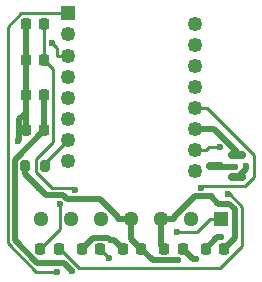
<source format=gbr>
%TF.GenerationSoftware,KiCad,Pcbnew,8.0.7*%
%TF.CreationDate,2024-12-29T17:35:44+09:00*%
%TF.ProjectId,pmw3610_breakout_for_roBa,706d7733-3631-4305-9f62-7265616b6f75,rev?*%
%TF.SameCoordinates,Original*%
%TF.FileFunction,Copper,L2,Bot*%
%TF.FilePolarity,Positive*%
%FSLAX46Y46*%
G04 Gerber Fmt 4.6, Leading zero omitted, Abs format (unit mm)*
G04 Created by KiCad (PCBNEW 8.0.7) date 2024-12-29 17:35:44*
%MOMM*%
%LPD*%
G01*
G04 APERTURE LIST*
G04 Aperture macros list*
%AMRoundRect*
0 Rectangle with rounded corners*
0 $1 Rounding radius*
0 $2 $3 $4 $5 $6 $7 $8 $9 X,Y pos of 4 corners*
0 Add a 4 corners polygon primitive as box body*
4,1,4,$2,$3,$4,$5,$6,$7,$8,$9,$2,$3,0*
0 Add four circle primitives for the rounded corners*
1,1,$1+$1,$2,$3*
1,1,$1+$1,$4,$5*
1,1,$1+$1,$6,$7*
1,1,$1+$1,$8,$9*
0 Add four rect primitives between the rounded corners*
20,1,$1+$1,$2,$3,$4,$5,0*
20,1,$1+$1,$4,$5,$6,$7,0*
20,1,$1+$1,$6,$7,$8,$9,0*
20,1,$1+$1,$8,$9,$2,$3,0*%
G04 Aperture macros list end*
%TA.AperFunction,ComponentPad*%
%ADD10RoundRect,0.187500X-0.437500X0.437500X-0.437500X-0.437500X0.437500X-0.437500X0.437500X0.437500X0*%
%TD*%
%TA.AperFunction,ComponentPad*%
%ADD11O,1.250000X1.250000*%
%TD*%
%TA.AperFunction,ComponentPad*%
%ADD12R,1.300000X1.300000*%
%TD*%
%TA.AperFunction,ComponentPad*%
%ADD13O,1.300000X1.300000*%
%TD*%
%TA.AperFunction,SMDPad,CuDef*%
%ADD14RoundRect,0.225000X0.225000X0.250000X-0.225000X0.250000X-0.225000X-0.250000X0.225000X-0.250000X0*%
%TD*%
%TA.AperFunction,SMDPad,CuDef*%
%ADD15RoundRect,0.150000X0.587500X0.150000X-0.587500X0.150000X-0.587500X-0.150000X0.587500X-0.150000X0*%
%TD*%
%TA.AperFunction,SMDPad,CuDef*%
%ADD16RoundRect,0.200000X0.200000X0.275000X-0.200000X0.275000X-0.200000X-0.275000X0.200000X-0.275000X0*%
%TD*%
%TA.AperFunction,ViaPad*%
%ADD17C,0.600000*%
%TD*%
%TA.AperFunction,Conductor*%
%ADD18C,0.500000*%
%TD*%
%TA.AperFunction,Conductor*%
%ADD19C,0.250000*%
%TD*%
G04 APERTURE END LIST*
D10*
%TO.P,U2,1,+VCSEL*%
%TO.N,Net-(U2-+VCSEL)*%
X130650000Y-81100000D03*
D11*
%TO.P,U2,2,SDIO*%
%TO.N,SDIO*%
X130650000Y-82880000D03*
%TO.P,U2,3,SCLK*%
%TO.N,SCLK*%
X130650000Y-84660000D03*
%TO.P,U2,4,NC*%
%TO.N,unconnected-(U2-NC-Pad4)*%
X130650000Y-86440000D03*
%TO.P,U2,5,NCS*%
%TO.N,NCS*%
X130650000Y-88220000D03*
%TO.P,U2,6,VDDIO*%
%TO.N,VCC*%
X130650000Y-90000000D03*
%TO.P,U2,7,NRESET*%
%TO.N,Net-(U2-NRESET)*%
X130650000Y-91780000D03*
%TO.P,U2,8,MOTION*%
%TO.N,MOTION*%
X130650000Y-93560000D03*
%TO.P,U2,9,VCP*%
%TO.N,Net-(U2-VCP)*%
X141350000Y-94450000D03*
%TO.P,U2,10,PASS_T*%
%TO.N,Net-(U2-+VCSEL)*%
X141350000Y-92670000D03*
%TO.P,U2,11,GND*%
%TO.N,GND*%
X141350000Y-90890000D03*
%TO.P,U2,12,CP*%
%TO.N,Net-(U2-CP)*%
X141350000Y-89110000D03*
%TO.P,U2,13,CN*%
%TO.N,Net-(U2-CN)*%
X141350000Y-87330000D03*
%TO.P,U2,14,VDD*%
%TO.N,+1V9*%
X141350000Y-85550000D03*
%TO.P,U2,15,XYLASER*%
%TO.N,Net-(U2--VCSEL)*%
X141350000Y-83770000D03*
%TO.P,U2,16,-VCSEL*%
X141350000Y-81990000D03*
%TD*%
D12*
%TO.P,J1,1,Pin_1*%
%TO.N,SCLK*%
X143620000Y-98500000D03*
D13*
%TO.P,J1,2,Pin_2*%
%TO.N,NCS*%
X141080000Y-98500000D03*
%TO.P,J1,3,Pin_3*%
%TO.N,GND*%
X138540000Y-98500000D03*
%TO.P,J1,4,Pin_4*%
%TO.N,VCC*%
X136000000Y-98500000D03*
%TO.P,J1,5,Pin_5*%
%TO.N,N/C*%
X133460000Y-98500000D03*
%TO.P,J1,6,Pin_6*%
%TO.N,SDIO*%
X130920000Y-98500000D03*
%TO.P,J1,7,Pin_6*%
%TO.N,MOTION*%
X128380000Y-98500000D03*
%TD*%
D14*
%TO.P,C2,1*%
%TO.N,+1V9*%
X140325000Y-101000000D03*
%TO.P,C2,2*%
%TO.N,GND*%
X138775000Y-101000000D03*
%TD*%
%TO.P,C7,1*%
%TO.N,Net-(U2-VCP)*%
X128600000Y-85000000D03*
%TO.P,C7,2*%
%TO.N,GND*%
X127050000Y-85000000D03*
%TD*%
%TO.P,C5,1*%
%TO.N,Net-(U2-CN)*%
X129825000Y-101000000D03*
%TO.P,C5,2*%
%TO.N,Net-(U2-CP)*%
X128275000Y-101000000D03*
%TD*%
%TO.P,C1,1*%
%TO.N,GND*%
X143825000Y-101000000D03*
%TO.P,C1,2*%
%TO.N,VCC*%
X142275000Y-101000000D03*
%TD*%
%TO.P,C9,1*%
%TO.N,+1V9*%
X128600000Y-91000000D03*
%TO.P,C9,2*%
%TO.N,GND*%
X127050000Y-91000000D03*
%TD*%
D15*
%TO.P,U1,1,GND*%
%TO.N,GND*%
X144937500Y-93050000D03*
%TO.P,U1,2,VO*%
%TO.N,+1V9*%
X144937500Y-94950000D03*
%TO.P,U1,3,VI*%
%TO.N,VCC*%
X143062500Y-94000000D03*
%TD*%
D14*
%TO.P,C8,1*%
%TO.N,+1V9*%
X128600000Y-88000000D03*
%TO.P,C8,2*%
%TO.N,GND*%
X127050000Y-88000000D03*
%TD*%
%TO.P,C6,1*%
%TO.N,Net-(U2-VCP)*%
X128600000Y-82000000D03*
%TO.P,C6,2*%
%TO.N,GND*%
X127050000Y-82000000D03*
%TD*%
%TO.P,C4,1*%
%TO.N,Net-(U2-+VCSEL)*%
X133325000Y-101000000D03*
%TO.P,C4,2*%
%TO.N,GND*%
X131775000Y-101000000D03*
%TD*%
%TO.P,C3,1*%
%TO.N,VCC*%
X136825000Y-101000000D03*
%TO.P,C3,2*%
%TO.N,GND*%
X135275000Y-101000000D03*
%TD*%
D16*
%TO.P,R1,1*%
%TO.N,Net-(U2-NRESET)*%
X128650000Y-94000000D03*
%TO.P,R1,2*%
%TO.N,VCC*%
X127000000Y-94000000D03*
%TD*%
D17*
%TO.N,VCC*%
X139897300Y-102005500D03*
X143571500Y-99996600D03*
X144786300Y-94126600D03*
X128165200Y-95839900D03*
%TO.N,GND*%
X134225700Y-100246100D03*
X126416900Y-91894700D03*
X142725100Y-96595900D03*
%TO.N,+1V9*%
X145681100Y-94000000D03*
X130935400Y-102884900D03*
X141444700Y-101864200D03*
%TO.N,Net-(U2-+VCSEL)*%
X143492800Y-92441900D03*
X134112300Y-101787300D03*
X129686600Y-102965600D03*
%TO.N,Net-(U2-CP)*%
X129928300Y-97201600D03*
X141882400Y-95840600D03*
%TO.N,Net-(U2-CN)*%
X144153500Y-96412300D03*
%TO.N,Net-(U2-VCP)*%
X131224900Y-96031200D03*
%TO.N,SCLK*%
X139884000Y-99625400D03*
X129248700Y-83567000D03*
%TD*%
D18*
%TO.N,VCC*%
X127000000Y-94000000D02*
X127000000Y-94674700D01*
X128775200Y-96449900D02*
X128165200Y-95839900D01*
X143062500Y-94000000D02*
X143189100Y-94126600D01*
X133321200Y-96782900D02*
X130572700Y-96782900D01*
X143278400Y-99996600D02*
X143571500Y-99996600D01*
X136000000Y-98500000D02*
X134898300Y-98500000D01*
X143189100Y-94126600D02*
X144786300Y-94126600D01*
X134898300Y-98500000D02*
X134898300Y-98360000D01*
X130572700Y-96782900D02*
X130239700Y-96449900D01*
X127000000Y-94674700D02*
X128165200Y-95839900D01*
X136825000Y-101000000D02*
X136000000Y-100175000D01*
X136825000Y-101000000D02*
X137830500Y-102005500D01*
X134898300Y-98360000D02*
X133321200Y-96782900D01*
X142275000Y-101000000D02*
X143278400Y-99996600D01*
X130239700Y-96449900D02*
X128775200Y-96449900D01*
X136000000Y-100175000D02*
X136000000Y-98500000D01*
X137830500Y-102005500D02*
X139897300Y-102005500D01*
%TO.N,GND*%
X134049000Y-100069400D02*
X132705600Y-100069400D01*
X143825000Y-101000000D02*
X144731900Y-100093100D01*
X126417000Y-91894700D02*
X126416900Y-91894700D01*
X138540000Y-98500000D02*
X138540000Y-100765000D01*
X144731900Y-100093100D02*
X144731900Y-97654700D01*
X138540000Y-98500000D02*
X139641700Y-98500000D01*
X139641700Y-98360000D02*
X141405800Y-96595900D01*
X134521100Y-100246100D02*
X134225700Y-100246100D01*
X139641700Y-98500000D02*
X139641700Y-98360000D01*
X144731900Y-97654700D02*
X144277400Y-97200200D01*
X144277400Y-97200200D02*
X143329400Y-97200200D01*
X143004000Y-90890000D02*
X141350000Y-90890000D01*
X135275000Y-101000000D02*
X134521100Y-100246100D01*
X144937500Y-93050000D02*
X144937500Y-92823500D01*
X134225700Y-100246100D02*
X134049000Y-100069400D01*
X127050000Y-89500000D02*
X126505900Y-90044100D01*
X127050000Y-88000000D02*
X127050000Y-89500000D01*
X126505900Y-91805800D02*
X126417000Y-91894700D01*
X141405800Y-96595900D02*
X142725100Y-96595900D01*
X144937500Y-92823500D02*
X143004000Y-90890000D01*
X127050000Y-85000000D02*
X127050000Y-88000000D01*
X143329400Y-97200200D02*
X142725100Y-96595900D01*
X127050000Y-89500000D02*
X127050000Y-91000000D01*
X132705600Y-100069400D02*
X131775000Y-101000000D01*
X127050000Y-82000000D02*
X127050000Y-85000000D01*
X138540000Y-100765000D02*
X138775000Y-101000000D01*
X126505900Y-90044100D02*
X126505900Y-91805800D01*
%TO.N,+1V9*%
X130264400Y-102213900D02*
X128032400Y-102213900D01*
X145026000Y-94950000D02*
X145681100Y-94294900D01*
X144937500Y-94950000D02*
X145026000Y-94950000D01*
X145681100Y-94294900D02*
X145681100Y-94000000D01*
X126113900Y-93486100D02*
X128600000Y-91000000D01*
X128600000Y-91000000D02*
X128600000Y-88000000D01*
X141189200Y-101864200D02*
X141444700Y-101864200D01*
X130935400Y-102884900D02*
X130264400Y-102213900D01*
X128032400Y-102213900D02*
X126113900Y-100295400D01*
X140325000Y-101000000D02*
X141189200Y-101864200D01*
X126113900Y-100295400D02*
X126113900Y-93486100D01*
D19*
%TO.N,Net-(U2-+VCSEL)*%
X141350000Y-92670000D02*
X142301700Y-92670000D01*
X125521800Y-82242800D02*
X125521800Y-100560600D01*
X133325000Y-101000000D02*
X134112300Y-101787300D01*
X126664600Y-81100000D02*
X125521800Y-82242800D01*
X125521800Y-100560600D02*
X127926800Y-102965600D01*
X142529800Y-92441900D02*
X142301700Y-92670000D01*
X130650000Y-81100000D02*
X126664600Y-81100000D01*
X143492800Y-92441900D02*
X142529800Y-92441900D01*
X127926800Y-102965600D02*
X129686600Y-102965600D01*
%TO.N,Net-(U2-CP)*%
X141350000Y-89110000D02*
X142433200Y-89110000D01*
X146393300Y-94918400D02*
X145601300Y-95710400D01*
X129928300Y-99346700D02*
X129928300Y-97201600D01*
X145601300Y-95710400D02*
X142012600Y-95710400D01*
X128275000Y-101000000D02*
X129928300Y-99346700D01*
X146393300Y-93070100D02*
X146393300Y-94918400D01*
X142433200Y-89110000D02*
X146393300Y-93070100D01*
X142012600Y-95710400D02*
X141882400Y-95840600D01*
%TO.N,Net-(U2-CN)*%
X144305200Y-96412300D02*
X144153500Y-96412300D01*
X143509500Y-102649900D02*
X145363600Y-100795800D01*
X131586700Y-102649900D02*
X143509500Y-102649900D01*
X129825000Y-101000000D02*
X129936800Y-101000000D01*
X145363600Y-97470700D02*
X144305200Y-96412300D01*
X129936800Y-101000000D02*
X131586700Y-102649900D01*
X145363600Y-100795800D02*
X145363600Y-97470700D01*
%TO.N,Net-(U2-VCP)*%
X129384900Y-85784900D02*
X128600000Y-85000000D01*
X128600000Y-82000000D02*
X128600000Y-85000000D01*
X131066900Y-95873200D02*
X129300400Y-95873200D01*
X129300400Y-95873200D02*
X127922500Y-94495300D01*
X127922500Y-93425700D02*
X129384900Y-91963300D01*
X131224900Y-96031200D02*
X131066900Y-95873200D01*
X129384900Y-91963300D02*
X129384900Y-85784900D01*
X127922500Y-94495300D02*
X127922500Y-93425700D01*
%TO.N,Net-(U2-NRESET)*%
X128650000Y-93780000D02*
X130650000Y-91780000D01*
X128650000Y-94000000D02*
X128650000Y-93780000D01*
%TO.N,SCLK*%
X129698300Y-84016600D02*
X129698300Y-84660000D01*
X143620000Y-98500000D02*
X142643300Y-98500000D01*
X130650000Y-84660000D02*
X129698300Y-84660000D01*
X141517900Y-99625400D02*
X139884000Y-99625400D01*
X142643300Y-98500000D02*
X141517900Y-99625400D01*
X129248700Y-83567000D02*
X129698300Y-84016600D01*
%TD*%
M02*

</source>
